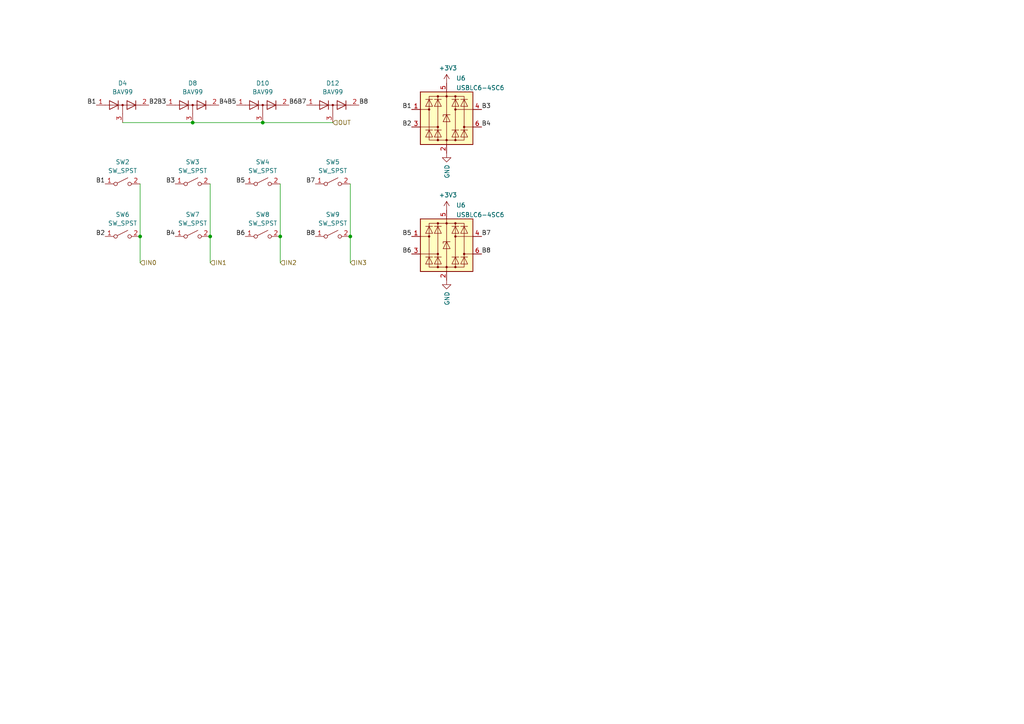
<source format=kicad_sch>
(kicad_sch (version 20230121) (generator eeschema)
  (paper "A4")
  (lib_symbols
    (symbol "Diode:BAV99" (pin_names hide)
      (property "Reference" "D" (at 0 5.08 0))
      (property "Value" "BAV99" (at 0 2.54 0))
      (symbol "BAV99_0_1"
        (polyline (pts (xy -5.08 0) (xy 5.08 0)))
      )
      (symbol "BAV99_1_1"
        (polyline (pts (xy 0 0) (xy 0 -2.54)))
        (polyline (pts (xy -1.27 -1.27) (xy -1.27 1.27) (xy -1.27 1.27)) (stroke (width 0.2032)))
        (polyline (pts (xy 3.81 1.27) (xy 3.81 -1.27) (xy 3.81 -1.27)) (stroke (width 0.2032)))
        (polyline (pts (xy -3.81 1.27) (xy -1.27 0) (xy -3.81 -1.27) (xy -3.81 1.27) (xy -3.81 1.27) (xy -3.81 1.27)) (stroke (width 0.2032)))
        (polyline (pts (xy 1.27 1.27) (xy 3.81 0) (xy 1.27 -1.27) (xy 1.27 1.27) (xy 1.27 1.27) (xy 1.27 1.27)) (stroke (width 0.2032)))
        (circle (center 0 0) (radius 0.254) (fill (type outline)))
        (pin passive line (at -7.62 0 0) (length 2.54) (name "K") (number "1"))
        (pin passive line (at 7.62 0 180) (length 2.54) (name "A") (number "2"))
        (pin passive line (at 0 -5.08 90) (length 2.54) (name "K") (number "3"))
      )
    )
    (symbol "Power_Protection:USBLC6-4SC6" (pin_names hide)
      (property "Reference" "U" (at 2.54 8.89 0))
      (property "Value" "USBLC6-4SC6" (at 2.54 -8.89 0))
      (symbol "USBLC6-4SC6_0_1"
        (rectangle (start -7.62 -7.62) (end 7.62 7.62) (stroke (width 0.254)) (fill (type background)))
        (circle (center -5.08 2.54) (radius 0.254) (fill (type outline)))
        (circle (center -2.54 -6.35) (radius 0.254) (fill (type outline)))
        (circle (center -2.54 -2.54) (radius 0.254) (fill (type outline)))
        (circle (center -2.54 6.35) (radius 0.254) (fill (type outline)))
        (rectangle (start -2.54 6.35) (end 2.54 -6.35))
        (circle (center 0 -6.35) (radius 0.254) (fill (type outline)))
        (polyline (pts (xy -5.08 2.54) (xy -7.62 2.54)))
        (polyline (pts (xy -4.064 -3.429) (xy -6.096 -3.429)))
        (polyline (pts (xy -4.064 5.461) (xy -6.096 5.461)))
        (polyline (pts (xy -2.54 -2.54) (xy -7.62 -2.54)))
        (polyline (pts (xy -1.524 -3.429) (xy -3.556 -3.429)))
        (polyline (pts (xy -1.524 5.461) (xy -3.556 5.461)))
        (polyline (pts (xy 0 -7.62) (xy 0 -6.35)))
        (polyline (pts (xy 0 -6.35) (xy 0 1.27)))
        (polyline (pts (xy 0 1.27) (xy 0 6.35)))
        (polyline (pts (xy 0 6.35) (xy 0 7.62)))
        (polyline (pts (xy 1.524 -3.429) (xy 3.556 -3.429)))
        (polyline (pts (xy 1.524 5.461) (xy 3.556 5.461)))
        (polyline (pts (xy 2.54 2.54) (xy 7.62 2.54)))
        (polyline (pts (xy 4.064 -3.429) (xy 6.096 -3.429)))
        (polyline (pts (xy 4.064 5.461) (xy 6.096 5.461)))
        (polyline (pts (xy 5.08 -2.54) (xy 7.62 -2.54)))
        (polyline (pts (xy -6.096 -5.461) (xy -4.064 -5.461) (xy -5.08 -3.429) (xy -6.096 -5.461)))
        (polyline (pts (xy -6.096 3.429) (xy -4.064 3.429) (xy -5.08 5.461) (xy -6.096 3.429)))
        (polyline (pts (xy -3.556 -5.461) (xy -1.524 -5.461) (xy -2.54 -3.429) (xy -3.556 -5.461)))
        (polyline (pts (xy -3.556 3.429) (xy -1.524 3.429) (xy -2.54 5.461) (xy -3.556 3.429)))
        (polyline (pts (xy -2.54 6.35) (xy -5.08 6.35) (xy -5.08 -6.35) (xy -2.54 -6.35)))
        (polyline (pts (xy -1.016 -1.016) (xy 1.016 -1.016) (xy 0 1.016) (xy -1.016 -1.016)))
        (polyline (pts (xy 1.016 1.016) (xy 0.762 1.016) (xy -1.016 1.016) (xy -1.016 0.508)))
        (polyline (pts (xy 2.54 6.35) (xy 5.08 6.35) (xy 5.08 -6.35) (xy 2.54 -6.35)))
        (polyline (pts (xy 3.556 -5.461) (xy 1.524 -5.461) (xy 2.54 -3.429) (xy 3.556 -5.461)))
        (polyline (pts (xy 3.556 3.429) (xy 1.524 3.429) (xy 2.54 5.461) (xy 3.556 3.429)))
        (polyline (pts (xy 6.096 -5.461) (xy 4.064 -5.461) (xy 5.08 -3.429) (xy 6.096 -5.461)))
        (polyline (pts (xy 6.096 3.429) (xy 4.064 3.429) (xy 5.08 5.461) (xy 6.096 3.429)))
        (circle (center 0 6.35) (radius 0.254) (fill (type outline)))
        (circle (center 2.54 -6.35) (radius 0.254) (fill (type outline)))
        (circle (center 2.54 2.54) (radius 0.254) (fill (type outline)))
        (circle (center 2.54 6.35) (radius 0.254) (fill (type outline)))
        (circle (center 5.08 -2.54) (radius 0.254) (fill (type outline)))
      )
      (symbol "USBLC6-4SC6_1_1"
        (pin passive line (at -10.16 2.54 0) (length 2.54) (name "I/O1") (number "1"))
        (pin passive line (at 0 -10.16 90) (length 2.54) (name "GND") (number "2"))
        (pin passive line (at -10.16 -2.54 0) (length 2.54) (name "I/O2") (number "3"))
        (pin passive line (at 10.16 2.54 180) (length 2.54) (name "I/O3") (number "4"))
        (pin passive line (at 0 10.16 270) (length 2.54) (name "VBUS") (number "5"))
        (pin passive line (at 10.16 -2.54 180) (length 2.54) (name "I/O4") (number "6"))
      )
    )
    (symbol "Switch:SW_SPST" (pin_names (offset 0) hide)
      (property "Reference" "SW" (at 0 3.175 0))
      (property "Value" "SW_SPST" (at 0 -2.54 0))
      (symbol "SW_SPST_0_0"
        (circle (center -2.032 0) (radius 0.508))
        (polyline (pts (xy -1.524 0.254) (xy 1.524 1.778)))
        (circle (center 2.032 0) (radius 0.508))
      )
      (symbol "SW_SPST_1_1"
        (pin passive line (at -5.08 0 0) (length 2.54) (name "A") (number "1"))
        (pin passive line (at 5.08 0 180) (length 2.54) (name "B") (number "2"))
      )
    )
    (symbol "power:+3V3" (power) (pin_names (offset 0))
      (property "Value" "+3V3" (at 0 3.556 0))
      (symbol "+3V3_0_1"
        (polyline (pts (xy -0.762 1.27) (xy 0 2.54)))
        (polyline (pts (xy 0 0) (xy 0 2.54)))
        (polyline (pts (xy 0 2.54) (xy 0.762 1.27)))
      )
      (symbol "+3V3_1_1"
        (pin power_in line (at 0 0 90) (length 0) hide (name "+3V3") (number "1"))
      )
    )
    (symbol "power:GND" (power) (pin_names (offset 0))
      (property "Value" "GND" (at 0 -3.81 0))
      (symbol "GND_0_1"
        (polyline (pts (xy 0 0) (xy 0 -1.27) (xy 1.27 -1.27) (xy 0 -2.54) (xy -1.27 -1.27) (xy 0 -1.27)))
      )
      (symbol "GND_1_1"
        (pin power_in line (at 0 0 270) (length 0) hide (name "GND") (number "1"))
      )
    )
  )
  (junction (at 101.6 68.58))
  (junction (at 60.96 68.58))
  (junction (at 40.64 68.58))
  (junction (at 81.28 68.58))
  (junction (at 55.88 35.56))
  (junction (at 76.2 35.56))
  (wire (pts (xy 60.96 76.2) (xy 60.96 68.58)))
  (wire (pts (xy 76.2 35.56) (xy 96.52 35.56)))
  (wire (pts (xy 81.28 68.58) (xy 81.28 76.2)))
  (wire (pts (xy 40.64 68.58) (xy 40.64 76.2)))
  (wire (pts (xy 60.96 68.58) (xy 60.96 53.34)))
  (wire (pts (xy 40.64 53.34) (xy 40.64 68.58)))
  (wire (pts (xy 101.6 76.2) (xy 101.6 68.58)))
  (wire (pts (xy 101.6 68.58) (xy 101.6 53.34)))
  (wire (pts (xy 35.56 35.56) (xy 55.88 35.56)))
  (wire (pts (xy 55.88 35.56) (xy 76.2 35.56)))
  (wire (pts (xy 81.28 53.34) (xy 81.28 68.58)))
  (label "B8" (at 139.7 73.66 0))
  (label "B1" (at 27.94 30.48 180))
  (label "B3" (at 48.26 30.48 180))
  (label "B2" (at 119.38 36.83 180))
  (label "B5" (at 68.58 30.48 180))
  (label "B2" (at 43.18 30.48 0))
  (label "B7" (at 88.9 30.48 180))
  (label "B3" (at 50.8 53.34 180))
  (label "B6" (at 83.82 30.48 0))
  (label "B5" (at 119.38 68.58 180))
  (label "B8" (at 91.44 68.58 180))
  (label "B4" (at 50.8 68.58 180))
  (label "B5" (at 71.12 53.34 180))
  (label "B6" (at 71.12 68.58 180))
  (label "B8" (at 104.14 30.48 0))
  (label "B1" (at 30.48 53.34 180))
  (label "B4" (at 139.7 36.83 0))
  (label "B6" (at 119.38 73.66 180))
  (label "B1" (at 119.38 31.75 180))
  (label "B2" (at 30.48 68.58 180))
  (label "B3" (at 139.7 31.75 0))
  (label "B4" (at 63.5 30.48 0))
  (label "B7" (at 91.44 53.34 180))
  (label "B7" (at 139.7 68.58 0))
  (hierarchical_label "IN3" (shape input) (at 101.6 76.2 0))
  (hierarchical_label "IN0" (shape input) (at 40.64 76.2 0))
  (hierarchical_label "IN2" (shape input) (at 81.28 76.2 0))
  (hierarchical_label "IN1" (shape input) (at 60.96 76.2 0))
  (hierarchical_label "OUT" (shape input) (at 96.52 35.56 0))
  (symbol (lib_id "Switch:SW_SPST") (at 76.2 68.58 0) (unit 1)
    (property "Reference" "SW8" (at 76.2 62.23 0))
    (property "Value" "SW_SPST" (at 76.2 64.77 0))
    (instances (project "esp32_midi" (path "" (reference "SW8") (unit 1)) (path "" (reference "SW15") (unit 1)) (path "" (reference "SW23") (unit 1)) (path "" (reference "SW31") (unit 1))))
  )
  (symbol (lib_id "Diode:BAV99") (at 76.2 30.48 0) (unit 1)
    (property "Reference" "D10" (at 76.2 24.13 0))
    (property "Value" "BAV99" (at 76.2 26.67 0))
    (property "Footprint" "Package_TO_SOT_SMD:SOT-23" (effects hide))
    (property "Datasheet" "https://assets.nexperia.com/documents/data-sheet/BAV99_SER.pdf" (effects hide))
    (instances (project "bobbycar" (path "" (reference "D10") (unit 1))) (project "boardcomputer-reinvented" (path "" (reference "D19") (unit 1))) (project "esp32_midi" (path "" (reference "D11") (unit 1)) (path "" (reference "D5") (unit 1)) (path "" (reference "D13") (unit 1)) (path "" (reference "D17") (unit 1)) (path "" (reference "D21") (unit 1))))
  )
  (symbol (lib_id "power:GND") (at 129.54 44.45 0) (unit 1)
    (property "Reference" "#PWR0115" (effects hide))
    (property "Value" "GND" (at 129.667 47.7012 90) (effects (justify right)))
    (instances (project "bobbycar" (path "" (reference "#PWR0115") (unit 1))) (project "boardcomputer-reinvented" (path "" (reference "#PWR082") (unit 1))) (project "esp32_midi" (path "" (reference "#PWR07") (unit 1)) (path "" (reference "#PWR07") (unit 1)) (path "" (reference "#PWR021") (unit 1)) (path "" (reference "#PWR025") (unit 1)) (path "" (reference "#PWR029") (unit 1))))
  )
  (symbol (lib_id "Switch:SW_SPST") (at 76.2 53.34 0) (unit 1)
    (property "Reference" "SW4" (at 76.2 46.99 0))
    (property "Value" "SW_SPST" (at 76.2 49.53 0))
    (instances (project "esp32_midi" (path "" (reference "SW4") (unit 1)) (path "" (reference "SW14") (unit 1)) (path "" (reference "SW22") (unit 1)) (path "" (reference "SW30") (unit 1))))
  )
  (symbol (lib_id "Switch:SW_SPST") (at 96.52 68.58 0) (unit 1)
    (property "Reference" "SW9" (at 96.52 62.23 0))
    (property "Value" "SW_SPST" (at 96.52 64.77 0))
    (instances (project "esp32_midi" (path "" (reference "SW9") (unit 1)) (path "" (reference "SW17") (unit 1)) (path "" (reference "SW25") (unit 1)) (path "" (reference "SW33") (unit 1))))
  )
  (symbol (lib_id "Power_Protection:USBLC6-4SC6") (at 129.54 71.12 0) (unit 1)
    (property "Reference" "U6" (at 132.3087 59.5335 0) (effects (justify left)))
    (property "Value" "USBLC6-4SC6" (at 132.3087 62.3086 0) (effects (justify left)))
    (property "Footprint" "Package_TO_SOT_SMD:SOT-23-6" (effects hide))
    (property "Datasheet" "https://www.st.com/resource/en/datasheet/usblc6-4.pdf" (effects hide))
    (property "LCSC Part #" "C558419" (effects hide))
    (instances (project "bobbycar" (path "" (reference "U6") (unit 1))) (project "boardcomputer-reinvented" (path "" (reference "U8") (unit 1))) (project "esp32_midi" (path "" (reference "U3") (unit 1)) (path "" (reference "U8") (unit 1)) (path "" (reference "U10") (unit 1)) (path "" (reference "U12") (unit 1)) (path "" (reference "U14") (unit 1))))
  )
  (symbol (lib_id "Switch:SW_SPST") (at 55.88 68.58 0) (unit 1)
    (property "Reference" "SW7" (at 55.88 62.23 0))
    (property "Value" "SW_SPST" (at 55.88 64.77 0))
    (instances (project "esp32_midi" (path "" (reference "SW7") (unit 1)) (path "" (reference "SW13") (unit 1)) (path "" (reference "SW21") (unit 1)) (path "" (reference "SW29") (unit 1))))
  )
  (symbol (lib_id "Diode:BAV99") (at 35.56 30.48 0) (unit 1)
    (property "Reference" "D4" (at 35.56 24.13 0))
    (property "Value" "BAV99" (at 35.56 26.67 0))
    (property "Footprint" "Package_TO_SOT_SMD:SOT-23" (effects hide))
    (property "Datasheet" "https://assets.nexperia.com/documents/data-sheet/BAV99_SER.pdf" (effects hide))
    (property "LCSC Part #" "C2500" (effects hide))
    (instances (project "bobbycar" (path "" (reference "D4") (unit 1))) (project "boardcomputer-reinvented" (path "" (reference "D15") (unit 1))) (project "esp32_midi" (path "" (reference "D3") (unit 1)) (path "" (reference "D3") (unit 1)) (path "" (reference "D11") (unit 1)) (path "" (reference "D15") (unit 1)) (path "" (reference "D19") (unit 1))))
  )
  (symbol (lib_id "Switch:SW_SPST") (at 35.56 68.58 0) (unit 1)
    (property "Reference" "SW6" (at 35.56 62.23 0))
    (property "Value" "SW_SPST" (at 35.56 64.77 0))
    (instances (project "esp32_midi" (path "" (reference "SW6") (unit 1)) (path "" (reference "SW11") (unit 1)) (path "" (reference "SW19") (unit 1)) (path "" (reference "SW27") (unit 1))))
  )
  (symbol (lib_id "power:GND") (at 129.54 81.28 0) (unit 1)
    (property "Reference" "#PWR0115" (effects hide))
    (property "Value" "GND" (at 129.667 84.5312 90) (effects (justify right)))
    (instances (project "bobbycar" (path "" (reference "#PWR0115") (unit 1))) (project "boardcomputer-reinvented" (path "" (reference "#PWR082") (unit 1))) (project "esp32_midi" (path "" (reference "#PWR07") (unit 1)) (path "" (reference "#PWR019") (unit 1)) (path "" (reference "#PWR023") (unit 1)) (path "" (reference "#PWR027") (unit 1)) (path "" (reference "#PWR031") (unit 1))))
  )
  (symbol (lib_id "Power_Protection:USBLC6-4SC6") (at 129.54 34.29 0) (unit 1)
    (property "Reference" "U6" (at 132.3087 22.7035 0) (effects (justify left)))
    (property "Value" "USBLC6-4SC6" (at 132.3087 25.4786 0) (effects (justify left)))
    (property "Footprint" "Package_TO_SOT_SMD:SOT-23-6" (effects hide))
    (property "Datasheet" "https://www.st.com/resource/en/datasheet/usblc6-4.pdf" (effects hide))
    (property "LCSC Part #" "C558419" (effects hide))
    (instances (project "bobbycar" (path "" (reference "U6") (unit 1))) (project "boardcomputer-reinvented" (path "" (reference "U8") (unit 1))) (project "esp32_midi" (path "" (reference "U3") (unit 1)) (path "" (reference "U3") (unit 1)) (path "" (reference "U9") (unit 1)) (path "" (reference "U11") (unit 1)) (path "" (reference "U13") (unit 1))))
  )
  (symbol (lib_id "Diode:BAV99") (at 96.52 30.48 0) (unit 1)
    (property "Reference" "D12" (at 96.52 24.13 0))
    (property "Value" "BAV99" (at 96.52 26.67 0))
    (property "Footprint" "Package_TO_SOT_SMD:SOT-23" (effects hide))
    (property "Datasheet" "https://assets.nexperia.com/documents/data-sheet/BAV99_SER.pdf" (effects hide))
    (instances (project "bobbycar" (path "" (reference "D12") (unit 1))) (project "boardcomputer-reinvented" (path "" (reference "D21") (unit 1))) (project "esp32_midi" (path "" (reference "D13") (unit 1)) (path "" (reference "D10") (unit 1)) (path "" (reference "D14") (unit 1)) (path "" (reference "D18") (unit 1)) (path "" (reference "D22") (unit 1))))
  )
  (symbol (lib_id "power:+3V3") (at 129.54 60.96 0) (unit 1)
    (property "Reference" "#PWR0114" (effects hide))
    (property "Value" "+3V3" (at 129.921 56.5658 0))
    (instances (project "bobbycar" (path "" (reference "#PWR0114") (unit 1))) (project "boardcomputer-reinvented" (path "" (reference "#PWR081") (unit 1))) (project "esp32_midi" (path "" (reference "#PWR06") (unit 1)) (path "" (reference "#PWR08") (unit 1)) (path "" (reference "#PWR022") (unit 1)) (path "" (reference "#PWR026") (unit 1)) (path "" (reference "#PWR030") (unit 1))))
  )
  (symbol (lib_id "Switch:SW_SPST") (at 55.88 53.34 0) (unit 1)
    (property "Reference" "SW3" (at 55.88 46.99 0))
    (property "Value" "SW_SPST" (at 55.88 49.53 0))
    (instances (project "esp32_midi" (path "" (reference "SW3") (unit 1)) (path "" (reference "SW12") (unit 1)) (path "" (reference "SW20") (unit 1)) (path "" (reference "SW28") (unit 1))))
  )
  (symbol (lib_id "power:+3V3") (at 129.54 24.13 0) (unit 1)
    (property "Reference" "#PWR0114" (effects hide))
    (property "Value" "+3V3" (at 129.921 19.7358 0))
    (instances (project "bobbycar" (path "" (reference "#PWR0114") (unit 1))) (project "boardcomputer-reinvented" (path "" (reference "#PWR081") (unit 1))) (project "esp32_midi" (path "" (reference "#PWR06") (unit 1)) (path "" (reference "#PWR06") (unit 1)) (path "" (reference "#PWR020") (unit 1)) (path "" (reference "#PWR024") (unit 1)) (path "" (reference "#PWR028") (unit 1))))
  )
  (symbol (lib_id "Switch:SW_SPST") (at 35.56 53.34 0) (unit 1)
    (property "Reference" "SW2" (at 35.56 46.99 0))
    (property "Value" "SW_SPST" (at 35.56 49.53 0))
    (instances (project "esp32_midi" (path "" (reference "SW2") (unit 1)) (path "" (reference "SW10") (unit 1)) (path "" (reference "SW18") (unit 1)) (path "" (reference "SW26") (unit 1))))
  )
  (symbol (lib_id "Switch:SW_SPST") (at 96.52 53.34 0) (unit 1)
    (property "Reference" "SW5" (at 96.52 46.99 0))
    (property "Value" "SW_SPST" (at 96.52 49.53 0))
    (instances (project "esp32_midi" (path "" (reference "SW5") (unit 1)) (path "" (reference "SW16") (unit 1)) (path "" (reference "SW24") (unit 1)) (path "" (reference "SW32") (unit 1))))
  )
  (symbol (lib_id "Diode:BAV99") (at 55.88 30.48 0) (unit 1)
    (property "Reference" "D8" (at 55.88 24.13 0))
    (property "Value" "BAV99" (at 55.88 26.67 0))
    (property "Footprint" "Package_TO_SOT_SMD:SOT-23" (effects hide))
    (property "Datasheet" "https://assets.nexperia.com/documents/data-sheet/BAV99_SER.pdf" (effects hide))
    (instances (project "bobbycar" (path "" (reference "D8") (unit 1))) (project "boardcomputer-reinvented" (path "" (reference "D17") (unit 1))) (project "esp32_midi" (path "" (reference "D5") (unit 1)) (path "" (reference "D4") (unit 1)) (path "" (reference "D12") (unit 1)) (path "" (reference "D16") (unit 1)) (path "" (reference "D20") (unit 1))))
  )
)
</source>
